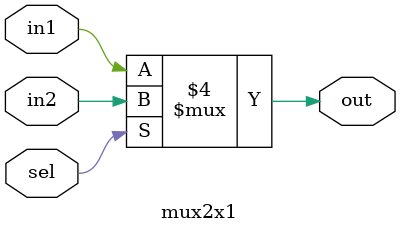
<source format=sv>
`timescale 1ns/1ns
module mux2x1(sel, in1, in2, out);
input sel, in1, in2;
output logic out;
always@(sel, in1, in2)
begin
if(sel == 1'b0)
out = in1;
else
out = in2;
end
endmodule


</source>
